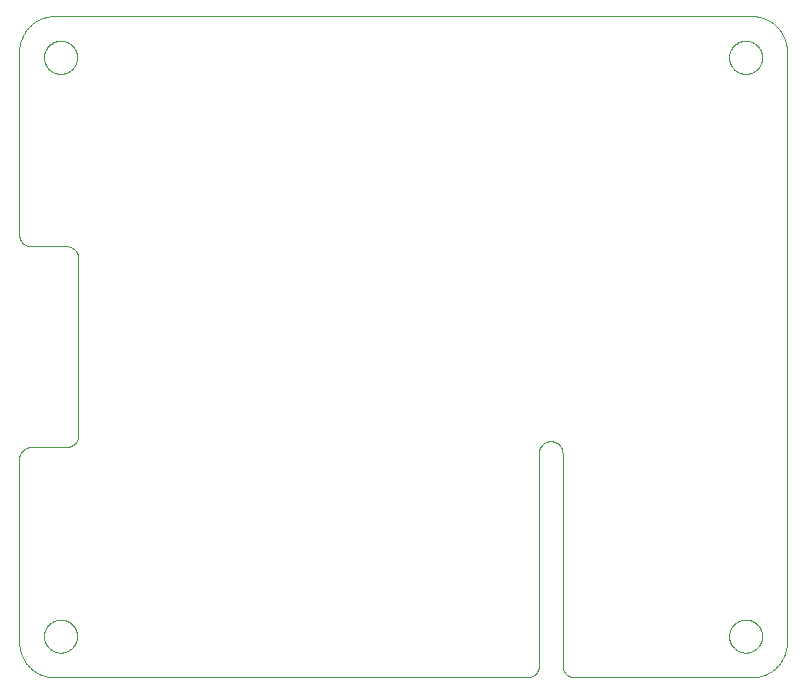
<source format=gko>
G75*
%MOIN*%
%OFA0B0*%
%FSLAX25Y25*%
%IPPOS*%
%LPD*%
%AMOC8*
5,1,8,0,0,1.08239X$1,22.5*
%
%ADD10C,0.00000*%
D10*
X0002097Y0013311D02*
X0002097Y0074335D01*
X0002099Y0074459D01*
X0002105Y0074582D01*
X0002114Y0074706D01*
X0002128Y0074828D01*
X0002145Y0074951D01*
X0002167Y0075073D01*
X0002192Y0075194D01*
X0002221Y0075314D01*
X0002253Y0075433D01*
X0002290Y0075552D01*
X0002330Y0075669D01*
X0002373Y0075784D01*
X0002421Y0075899D01*
X0002472Y0076011D01*
X0002526Y0076122D01*
X0002584Y0076232D01*
X0002645Y0076339D01*
X0002710Y0076445D01*
X0002778Y0076548D01*
X0002849Y0076649D01*
X0002923Y0076748D01*
X0003000Y0076845D01*
X0003081Y0076939D01*
X0003164Y0077030D01*
X0003250Y0077119D01*
X0003339Y0077205D01*
X0003430Y0077288D01*
X0003524Y0077369D01*
X0003621Y0077446D01*
X0003720Y0077520D01*
X0003821Y0077591D01*
X0003924Y0077659D01*
X0004030Y0077724D01*
X0004137Y0077785D01*
X0004247Y0077843D01*
X0004358Y0077897D01*
X0004470Y0077948D01*
X0004585Y0077996D01*
X0004700Y0078039D01*
X0004817Y0078079D01*
X0004936Y0078116D01*
X0005055Y0078148D01*
X0005175Y0078177D01*
X0005296Y0078202D01*
X0005418Y0078224D01*
X0005541Y0078241D01*
X0005663Y0078255D01*
X0005787Y0078264D01*
X0005910Y0078270D01*
X0006034Y0078272D01*
X0017845Y0078272D01*
X0017969Y0078274D01*
X0018092Y0078280D01*
X0018216Y0078289D01*
X0018338Y0078303D01*
X0018461Y0078320D01*
X0018583Y0078342D01*
X0018704Y0078367D01*
X0018824Y0078396D01*
X0018943Y0078428D01*
X0019062Y0078465D01*
X0019179Y0078505D01*
X0019294Y0078548D01*
X0019409Y0078596D01*
X0019521Y0078647D01*
X0019632Y0078701D01*
X0019742Y0078759D01*
X0019849Y0078820D01*
X0019955Y0078885D01*
X0020058Y0078953D01*
X0020159Y0079024D01*
X0020258Y0079098D01*
X0020355Y0079175D01*
X0020449Y0079256D01*
X0020540Y0079339D01*
X0020629Y0079425D01*
X0020715Y0079514D01*
X0020798Y0079605D01*
X0020879Y0079699D01*
X0020956Y0079796D01*
X0021030Y0079895D01*
X0021101Y0079996D01*
X0021169Y0080099D01*
X0021234Y0080205D01*
X0021295Y0080312D01*
X0021353Y0080422D01*
X0021407Y0080533D01*
X0021458Y0080645D01*
X0021506Y0080760D01*
X0021549Y0080875D01*
X0021589Y0080992D01*
X0021626Y0081111D01*
X0021658Y0081230D01*
X0021687Y0081350D01*
X0021712Y0081471D01*
X0021734Y0081593D01*
X0021751Y0081716D01*
X0021765Y0081838D01*
X0021774Y0081962D01*
X0021780Y0082085D01*
X0021782Y0082209D01*
X0021782Y0141264D01*
X0021780Y0141388D01*
X0021774Y0141511D01*
X0021765Y0141635D01*
X0021751Y0141757D01*
X0021734Y0141880D01*
X0021712Y0142002D01*
X0021687Y0142123D01*
X0021658Y0142243D01*
X0021626Y0142362D01*
X0021589Y0142481D01*
X0021549Y0142598D01*
X0021506Y0142713D01*
X0021458Y0142828D01*
X0021407Y0142940D01*
X0021353Y0143051D01*
X0021295Y0143161D01*
X0021234Y0143268D01*
X0021169Y0143374D01*
X0021101Y0143477D01*
X0021030Y0143578D01*
X0020956Y0143677D01*
X0020879Y0143774D01*
X0020798Y0143868D01*
X0020715Y0143959D01*
X0020629Y0144048D01*
X0020540Y0144134D01*
X0020449Y0144217D01*
X0020355Y0144298D01*
X0020258Y0144375D01*
X0020159Y0144449D01*
X0020058Y0144520D01*
X0019955Y0144588D01*
X0019849Y0144653D01*
X0019742Y0144714D01*
X0019632Y0144772D01*
X0019521Y0144826D01*
X0019409Y0144877D01*
X0019294Y0144925D01*
X0019179Y0144968D01*
X0019062Y0145008D01*
X0018943Y0145045D01*
X0018824Y0145077D01*
X0018704Y0145106D01*
X0018583Y0145131D01*
X0018461Y0145153D01*
X0018338Y0145170D01*
X0018216Y0145184D01*
X0018092Y0145193D01*
X0017969Y0145199D01*
X0017845Y0145201D01*
X0006034Y0145201D01*
X0005910Y0145203D01*
X0005787Y0145209D01*
X0005663Y0145218D01*
X0005541Y0145232D01*
X0005418Y0145249D01*
X0005296Y0145271D01*
X0005175Y0145296D01*
X0005055Y0145325D01*
X0004936Y0145357D01*
X0004817Y0145394D01*
X0004700Y0145434D01*
X0004585Y0145477D01*
X0004470Y0145525D01*
X0004358Y0145576D01*
X0004247Y0145630D01*
X0004137Y0145688D01*
X0004030Y0145749D01*
X0003924Y0145814D01*
X0003821Y0145882D01*
X0003720Y0145953D01*
X0003621Y0146027D01*
X0003524Y0146104D01*
X0003430Y0146185D01*
X0003339Y0146268D01*
X0003250Y0146354D01*
X0003164Y0146443D01*
X0003081Y0146534D01*
X0003000Y0146628D01*
X0002923Y0146725D01*
X0002849Y0146824D01*
X0002778Y0146925D01*
X0002710Y0147028D01*
X0002645Y0147134D01*
X0002584Y0147241D01*
X0002526Y0147351D01*
X0002472Y0147462D01*
X0002421Y0147574D01*
X0002373Y0147689D01*
X0002330Y0147804D01*
X0002290Y0147921D01*
X0002253Y0148040D01*
X0002221Y0148159D01*
X0002192Y0148279D01*
X0002167Y0148400D01*
X0002145Y0148522D01*
X0002128Y0148645D01*
X0002114Y0148767D01*
X0002105Y0148891D01*
X0002099Y0149014D01*
X0002097Y0149138D01*
X0002097Y0210161D01*
X0002100Y0210446D01*
X0002111Y0210732D01*
X0002128Y0211017D01*
X0002152Y0211301D01*
X0002183Y0211585D01*
X0002221Y0211868D01*
X0002266Y0212149D01*
X0002317Y0212430D01*
X0002375Y0212710D01*
X0002440Y0212988D01*
X0002512Y0213264D01*
X0002590Y0213538D01*
X0002675Y0213811D01*
X0002767Y0214081D01*
X0002865Y0214349D01*
X0002969Y0214615D01*
X0003080Y0214878D01*
X0003197Y0215138D01*
X0003320Y0215396D01*
X0003450Y0215650D01*
X0003586Y0215901D01*
X0003727Y0216149D01*
X0003875Y0216393D01*
X0004028Y0216634D01*
X0004188Y0216870D01*
X0004353Y0217103D01*
X0004523Y0217332D01*
X0004699Y0217557D01*
X0004881Y0217777D01*
X0005067Y0217993D01*
X0005259Y0218204D01*
X0005456Y0218411D01*
X0005658Y0218613D01*
X0005865Y0218810D01*
X0006076Y0219002D01*
X0006292Y0219188D01*
X0006512Y0219370D01*
X0006737Y0219546D01*
X0006966Y0219716D01*
X0007199Y0219881D01*
X0007435Y0220041D01*
X0007676Y0220194D01*
X0007920Y0220342D01*
X0008168Y0220483D01*
X0008419Y0220619D01*
X0008673Y0220749D01*
X0008931Y0220872D01*
X0009191Y0220989D01*
X0009454Y0221100D01*
X0009720Y0221204D01*
X0009988Y0221302D01*
X0010258Y0221394D01*
X0010531Y0221479D01*
X0010805Y0221557D01*
X0011081Y0221629D01*
X0011359Y0221694D01*
X0011639Y0221752D01*
X0011920Y0221803D01*
X0012201Y0221848D01*
X0012484Y0221886D01*
X0012768Y0221917D01*
X0013052Y0221941D01*
X0013337Y0221958D01*
X0013623Y0221969D01*
X0013908Y0221972D01*
X0246192Y0221972D01*
X0246477Y0221969D01*
X0246763Y0221958D01*
X0247048Y0221941D01*
X0247332Y0221917D01*
X0247616Y0221886D01*
X0247899Y0221848D01*
X0248180Y0221803D01*
X0248461Y0221752D01*
X0248741Y0221694D01*
X0249019Y0221629D01*
X0249295Y0221557D01*
X0249569Y0221479D01*
X0249842Y0221394D01*
X0250112Y0221302D01*
X0250380Y0221204D01*
X0250646Y0221100D01*
X0250909Y0220989D01*
X0251169Y0220872D01*
X0251427Y0220749D01*
X0251681Y0220619D01*
X0251932Y0220483D01*
X0252180Y0220342D01*
X0252424Y0220194D01*
X0252665Y0220041D01*
X0252901Y0219881D01*
X0253134Y0219716D01*
X0253363Y0219546D01*
X0253588Y0219370D01*
X0253808Y0219188D01*
X0254024Y0219002D01*
X0254235Y0218810D01*
X0254442Y0218613D01*
X0254644Y0218411D01*
X0254841Y0218204D01*
X0255033Y0217993D01*
X0255219Y0217777D01*
X0255401Y0217557D01*
X0255577Y0217332D01*
X0255747Y0217103D01*
X0255912Y0216870D01*
X0256072Y0216634D01*
X0256225Y0216393D01*
X0256373Y0216149D01*
X0256514Y0215901D01*
X0256650Y0215650D01*
X0256780Y0215396D01*
X0256903Y0215138D01*
X0257020Y0214878D01*
X0257131Y0214615D01*
X0257235Y0214349D01*
X0257333Y0214081D01*
X0257425Y0213811D01*
X0257510Y0213538D01*
X0257588Y0213264D01*
X0257660Y0212988D01*
X0257725Y0212710D01*
X0257783Y0212430D01*
X0257834Y0212149D01*
X0257879Y0211868D01*
X0257917Y0211585D01*
X0257948Y0211301D01*
X0257972Y0211017D01*
X0257989Y0210732D01*
X0258000Y0210446D01*
X0258003Y0210161D01*
X0258003Y0013311D01*
X0258000Y0013026D01*
X0257989Y0012740D01*
X0257972Y0012455D01*
X0257948Y0012171D01*
X0257917Y0011887D01*
X0257879Y0011604D01*
X0257834Y0011323D01*
X0257783Y0011042D01*
X0257725Y0010762D01*
X0257660Y0010484D01*
X0257588Y0010208D01*
X0257510Y0009934D01*
X0257425Y0009661D01*
X0257333Y0009391D01*
X0257235Y0009123D01*
X0257131Y0008857D01*
X0257020Y0008594D01*
X0256903Y0008334D01*
X0256780Y0008076D01*
X0256650Y0007822D01*
X0256514Y0007571D01*
X0256373Y0007323D01*
X0256225Y0007079D01*
X0256072Y0006838D01*
X0255912Y0006602D01*
X0255747Y0006369D01*
X0255577Y0006140D01*
X0255401Y0005915D01*
X0255219Y0005695D01*
X0255033Y0005479D01*
X0254841Y0005268D01*
X0254644Y0005061D01*
X0254442Y0004859D01*
X0254235Y0004662D01*
X0254024Y0004470D01*
X0253808Y0004284D01*
X0253588Y0004102D01*
X0253363Y0003926D01*
X0253134Y0003756D01*
X0252901Y0003591D01*
X0252665Y0003431D01*
X0252424Y0003278D01*
X0252180Y0003130D01*
X0251932Y0002989D01*
X0251681Y0002853D01*
X0251427Y0002723D01*
X0251169Y0002600D01*
X0250909Y0002483D01*
X0250646Y0002372D01*
X0250380Y0002268D01*
X0250112Y0002170D01*
X0249842Y0002078D01*
X0249569Y0001993D01*
X0249295Y0001915D01*
X0249019Y0001843D01*
X0248741Y0001778D01*
X0248461Y0001720D01*
X0248180Y0001669D01*
X0247899Y0001624D01*
X0247616Y0001586D01*
X0247332Y0001555D01*
X0247048Y0001531D01*
X0246763Y0001514D01*
X0246477Y0001503D01*
X0246192Y0001500D01*
X0187137Y0001500D01*
X0187013Y0001502D01*
X0186890Y0001508D01*
X0186766Y0001517D01*
X0186644Y0001531D01*
X0186521Y0001548D01*
X0186399Y0001570D01*
X0186278Y0001595D01*
X0186158Y0001624D01*
X0186039Y0001656D01*
X0185920Y0001693D01*
X0185803Y0001733D01*
X0185688Y0001776D01*
X0185573Y0001824D01*
X0185461Y0001875D01*
X0185350Y0001929D01*
X0185240Y0001987D01*
X0185133Y0002048D01*
X0185027Y0002113D01*
X0184924Y0002181D01*
X0184823Y0002252D01*
X0184724Y0002326D01*
X0184627Y0002403D01*
X0184533Y0002484D01*
X0184442Y0002567D01*
X0184353Y0002653D01*
X0184267Y0002742D01*
X0184184Y0002833D01*
X0184103Y0002927D01*
X0184026Y0003024D01*
X0183952Y0003123D01*
X0183881Y0003224D01*
X0183813Y0003327D01*
X0183748Y0003433D01*
X0183687Y0003540D01*
X0183629Y0003650D01*
X0183575Y0003761D01*
X0183524Y0003873D01*
X0183476Y0003988D01*
X0183433Y0004103D01*
X0183393Y0004220D01*
X0183356Y0004339D01*
X0183324Y0004458D01*
X0183295Y0004578D01*
X0183270Y0004699D01*
X0183248Y0004821D01*
X0183231Y0004944D01*
X0183217Y0005066D01*
X0183208Y0005190D01*
X0183202Y0005313D01*
X0183200Y0005437D01*
X0183200Y0076303D01*
X0179263Y0080240D02*
X0179139Y0080238D01*
X0179016Y0080232D01*
X0178892Y0080223D01*
X0178770Y0080209D01*
X0178647Y0080192D01*
X0178525Y0080170D01*
X0178404Y0080145D01*
X0178284Y0080116D01*
X0178165Y0080084D01*
X0178046Y0080047D01*
X0177929Y0080007D01*
X0177814Y0079964D01*
X0177699Y0079916D01*
X0177587Y0079865D01*
X0177476Y0079811D01*
X0177366Y0079753D01*
X0177259Y0079692D01*
X0177153Y0079627D01*
X0177050Y0079559D01*
X0176949Y0079488D01*
X0176850Y0079414D01*
X0176753Y0079337D01*
X0176659Y0079256D01*
X0176568Y0079173D01*
X0176479Y0079087D01*
X0176393Y0078998D01*
X0176310Y0078907D01*
X0176229Y0078813D01*
X0176152Y0078716D01*
X0176078Y0078617D01*
X0176007Y0078516D01*
X0175939Y0078413D01*
X0175874Y0078307D01*
X0175813Y0078200D01*
X0175755Y0078090D01*
X0175701Y0077979D01*
X0175650Y0077867D01*
X0175602Y0077752D01*
X0175559Y0077637D01*
X0175519Y0077520D01*
X0175482Y0077401D01*
X0175450Y0077282D01*
X0175421Y0077162D01*
X0175396Y0077041D01*
X0175374Y0076919D01*
X0175357Y0076796D01*
X0175343Y0076674D01*
X0175334Y0076550D01*
X0175328Y0076427D01*
X0175326Y0076303D01*
X0175326Y0005437D01*
X0175324Y0005313D01*
X0175318Y0005190D01*
X0175309Y0005066D01*
X0175295Y0004944D01*
X0175278Y0004821D01*
X0175256Y0004699D01*
X0175231Y0004578D01*
X0175202Y0004458D01*
X0175170Y0004339D01*
X0175133Y0004220D01*
X0175093Y0004103D01*
X0175050Y0003988D01*
X0175002Y0003873D01*
X0174951Y0003761D01*
X0174897Y0003650D01*
X0174839Y0003540D01*
X0174778Y0003433D01*
X0174713Y0003327D01*
X0174645Y0003224D01*
X0174574Y0003123D01*
X0174500Y0003024D01*
X0174423Y0002927D01*
X0174342Y0002833D01*
X0174259Y0002742D01*
X0174173Y0002653D01*
X0174084Y0002567D01*
X0173993Y0002484D01*
X0173899Y0002403D01*
X0173802Y0002326D01*
X0173703Y0002252D01*
X0173602Y0002181D01*
X0173499Y0002113D01*
X0173393Y0002048D01*
X0173286Y0001987D01*
X0173176Y0001929D01*
X0173065Y0001875D01*
X0172953Y0001824D01*
X0172838Y0001776D01*
X0172723Y0001733D01*
X0172606Y0001693D01*
X0172487Y0001656D01*
X0172368Y0001624D01*
X0172248Y0001595D01*
X0172127Y0001570D01*
X0172005Y0001548D01*
X0171882Y0001531D01*
X0171760Y0001517D01*
X0171636Y0001508D01*
X0171513Y0001502D01*
X0171389Y0001500D01*
X0013908Y0001500D01*
X0013623Y0001503D01*
X0013337Y0001514D01*
X0013052Y0001531D01*
X0012768Y0001555D01*
X0012484Y0001586D01*
X0012201Y0001624D01*
X0011920Y0001669D01*
X0011639Y0001720D01*
X0011359Y0001778D01*
X0011081Y0001843D01*
X0010805Y0001915D01*
X0010531Y0001993D01*
X0010258Y0002078D01*
X0009988Y0002170D01*
X0009720Y0002268D01*
X0009454Y0002372D01*
X0009191Y0002483D01*
X0008931Y0002600D01*
X0008673Y0002723D01*
X0008419Y0002853D01*
X0008168Y0002989D01*
X0007920Y0003130D01*
X0007676Y0003278D01*
X0007435Y0003431D01*
X0007199Y0003591D01*
X0006966Y0003756D01*
X0006737Y0003926D01*
X0006512Y0004102D01*
X0006292Y0004284D01*
X0006076Y0004470D01*
X0005865Y0004662D01*
X0005658Y0004859D01*
X0005456Y0005061D01*
X0005259Y0005268D01*
X0005067Y0005479D01*
X0004881Y0005695D01*
X0004699Y0005915D01*
X0004523Y0006140D01*
X0004353Y0006369D01*
X0004188Y0006602D01*
X0004028Y0006838D01*
X0003875Y0007079D01*
X0003727Y0007323D01*
X0003586Y0007571D01*
X0003450Y0007822D01*
X0003320Y0008076D01*
X0003197Y0008334D01*
X0003080Y0008594D01*
X0002969Y0008857D01*
X0002865Y0009123D01*
X0002767Y0009391D01*
X0002675Y0009661D01*
X0002590Y0009934D01*
X0002512Y0010208D01*
X0002440Y0010484D01*
X0002375Y0010762D01*
X0002317Y0011042D01*
X0002266Y0011323D01*
X0002221Y0011604D01*
X0002183Y0011887D01*
X0002152Y0012171D01*
X0002128Y0012455D01*
X0002111Y0012740D01*
X0002100Y0013026D01*
X0002097Y0013311D01*
X0010365Y0015280D02*
X0010367Y0015428D01*
X0010373Y0015576D01*
X0010383Y0015724D01*
X0010397Y0015871D01*
X0010415Y0016018D01*
X0010436Y0016164D01*
X0010462Y0016310D01*
X0010492Y0016455D01*
X0010525Y0016599D01*
X0010563Y0016742D01*
X0010604Y0016884D01*
X0010649Y0017025D01*
X0010697Y0017165D01*
X0010750Y0017304D01*
X0010806Y0017441D01*
X0010866Y0017576D01*
X0010929Y0017710D01*
X0010996Y0017842D01*
X0011067Y0017972D01*
X0011141Y0018100D01*
X0011218Y0018226D01*
X0011299Y0018350D01*
X0011383Y0018472D01*
X0011470Y0018591D01*
X0011561Y0018708D01*
X0011655Y0018823D01*
X0011751Y0018935D01*
X0011851Y0019045D01*
X0011953Y0019151D01*
X0012059Y0019255D01*
X0012167Y0019356D01*
X0012278Y0019454D01*
X0012391Y0019550D01*
X0012507Y0019642D01*
X0012625Y0019731D01*
X0012746Y0019816D01*
X0012869Y0019899D01*
X0012994Y0019978D01*
X0013121Y0020054D01*
X0013250Y0020126D01*
X0013381Y0020195D01*
X0013514Y0020260D01*
X0013649Y0020321D01*
X0013785Y0020379D01*
X0013922Y0020434D01*
X0014061Y0020484D01*
X0014202Y0020531D01*
X0014343Y0020574D01*
X0014486Y0020614D01*
X0014630Y0020649D01*
X0014774Y0020681D01*
X0014920Y0020708D01*
X0015066Y0020732D01*
X0015213Y0020752D01*
X0015360Y0020768D01*
X0015507Y0020780D01*
X0015655Y0020788D01*
X0015803Y0020792D01*
X0015951Y0020792D01*
X0016099Y0020788D01*
X0016247Y0020780D01*
X0016394Y0020768D01*
X0016541Y0020752D01*
X0016688Y0020732D01*
X0016834Y0020708D01*
X0016980Y0020681D01*
X0017124Y0020649D01*
X0017268Y0020614D01*
X0017411Y0020574D01*
X0017552Y0020531D01*
X0017693Y0020484D01*
X0017832Y0020434D01*
X0017969Y0020379D01*
X0018105Y0020321D01*
X0018240Y0020260D01*
X0018373Y0020195D01*
X0018504Y0020126D01*
X0018633Y0020054D01*
X0018760Y0019978D01*
X0018885Y0019899D01*
X0019008Y0019816D01*
X0019129Y0019731D01*
X0019247Y0019642D01*
X0019363Y0019550D01*
X0019476Y0019454D01*
X0019587Y0019356D01*
X0019695Y0019255D01*
X0019801Y0019151D01*
X0019903Y0019045D01*
X0020003Y0018935D01*
X0020099Y0018823D01*
X0020193Y0018708D01*
X0020284Y0018591D01*
X0020371Y0018472D01*
X0020455Y0018350D01*
X0020536Y0018226D01*
X0020613Y0018100D01*
X0020687Y0017972D01*
X0020758Y0017842D01*
X0020825Y0017710D01*
X0020888Y0017576D01*
X0020948Y0017441D01*
X0021004Y0017304D01*
X0021057Y0017165D01*
X0021105Y0017025D01*
X0021150Y0016884D01*
X0021191Y0016742D01*
X0021229Y0016599D01*
X0021262Y0016455D01*
X0021292Y0016310D01*
X0021318Y0016164D01*
X0021339Y0016018D01*
X0021357Y0015871D01*
X0021371Y0015724D01*
X0021381Y0015576D01*
X0021387Y0015428D01*
X0021389Y0015280D01*
X0021387Y0015132D01*
X0021381Y0014984D01*
X0021371Y0014836D01*
X0021357Y0014689D01*
X0021339Y0014542D01*
X0021318Y0014396D01*
X0021292Y0014250D01*
X0021262Y0014105D01*
X0021229Y0013961D01*
X0021191Y0013818D01*
X0021150Y0013676D01*
X0021105Y0013535D01*
X0021057Y0013395D01*
X0021004Y0013256D01*
X0020948Y0013119D01*
X0020888Y0012984D01*
X0020825Y0012850D01*
X0020758Y0012718D01*
X0020687Y0012588D01*
X0020613Y0012460D01*
X0020536Y0012334D01*
X0020455Y0012210D01*
X0020371Y0012088D01*
X0020284Y0011969D01*
X0020193Y0011852D01*
X0020099Y0011737D01*
X0020003Y0011625D01*
X0019903Y0011515D01*
X0019801Y0011409D01*
X0019695Y0011305D01*
X0019587Y0011204D01*
X0019476Y0011106D01*
X0019363Y0011010D01*
X0019247Y0010918D01*
X0019129Y0010829D01*
X0019008Y0010744D01*
X0018885Y0010661D01*
X0018760Y0010582D01*
X0018633Y0010506D01*
X0018504Y0010434D01*
X0018373Y0010365D01*
X0018240Y0010300D01*
X0018105Y0010239D01*
X0017969Y0010181D01*
X0017832Y0010126D01*
X0017693Y0010076D01*
X0017552Y0010029D01*
X0017411Y0009986D01*
X0017268Y0009946D01*
X0017124Y0009911D01*
X0016980Y0009879D01*
X0016834Y0009852D01*
X0016688Y0009828D01*
X0016541Y0009808D01*
X0016394Y0009792D01*
X0016247Y0009780D01*
X0016099Y0009772D01*
X0015951Y0009768D01*
X0015803Y0009768D01*
X0015655Y0009772D01*
X0015507Y0009780D01*
X0015360Y0009792D01*
X0015213Y0009808D01*
X0015066Y0009828D01*
X0014920Y0009852D01*
X0014774Y0009879D01*
X0014630Y0009911D01*
X0014486Y0009946D01*
X0014343Y0009986D01*
X0014202Y0010029D01*
X0014061Y0010076D01*
X0013922Y0010126D01*
X0013785Y0010181D01*
X0013649Y0010239D01*
X0013514Y0010300D01*
X0013381Y0010365D01*
X0013250Y0010434D01*
X0013121Y0010506D01*
X0012994Y0010582D01*
X0012869Y0010661D01*
X0012746Y0010744D01*
X0012625Y0010829D01*
X0012507Y0010918D01*
X0012391Y0011010D01*
X0012278Y0011106D01*
X0012167Y0011204D01*
X0012059Y0011305D01*
X0011953Y0011409D01*
X0011851Y0011515D01*
X0011751Y0011625D01*
X0011655Y0011737D01*
X0011561Y0011852D01*
X0011470Y0011969D01*
X0011383Y0012088D01*
X0011299Y0012210D01*
X0011218Y0012334D01*
X0011141Y0012460D01*
X0011067Y0012588D01*
X0010996Y0012718D01*
X0010929Y0012850D01*
X0010866Y0012984D01*
X0010806Y0013119D01*
X0010750Y0013256D01*
X0010697Y0013395D01*
X0010649Y0013535D01*
X0010604Y0013676D01*
X0010563Y0013818D01*
X0010525Y0013961D01*
X0010492Y0014105D01*
X0010462Y0014250D01*
X0010436Y0014396D01*
X0010415Y0014542D01*
X0010397Y0014689D01*
X0010383Y0014836D01*
X0010373Y0014984D01*
X0010367Y0015132D01*
X0010365Y0015280D01*
X0179263Y0080240D02*
X0179387Y0080238D01*
X0179510Y0080232D01*
X0179634Y0080223D01*
X0179756Y0080209D01*
X0179879Y0080192D01*
X0180001Y0080170D01*
X0180122Y0080145D01*
X0180242Y0080116D01*
X0180361Y0080084D01*
X0180480Y0080047D01*
X0180597Y0080007D01*
X0180712Y0079964D01*
X0180827Y0079916D01*
X0180939Y0079865D01*
X0181050Y0079811D01*
X0181160Y0079753D01*
X0181267Y0079692D01*
X0181373Y0079627D01*
X0181476Y0079559D01*
X0181577Y0079488D01*
X0181676Y0079414D01*
X0181773Y0079337D01*
X0181867Y0079256D01*
X0181958Y0079173D01*
X0182047Y0079087D01*
X0182133Y0078998D01*
X0182216Y0078907D01*
X0182297Y0078813D01*
X0182374Y0078716D01*
X0182448Y0078617D01*
X0182519Y0078516D01*
X0182587Y0078413D01*
X0182652Y0078307D01*
X0182713Y0078200D01*
X0182771Y0078090D01*
X0182825Y0077979D01*
X0182876Y0077867D01*
X0182924Y0077752D01*
X0182967Y0077637D01*
X0183007Y0077520D01*
X0183044Y0077401D01*
X0183076Y0077282D01*
X0183105Y0077162D01*
X0183130Y0077041D01*
X0183152Y0076919D01*
X0183169Y0076796D01*
X0183183Y0076674D01*
X0183192Y0076550D01*
X0183198Y0076427D01*
X0183200Y0076303D01*
X0238711Y0015280D02*
X0238713Y0015428D01*
X0238719Y0015576D01*
X0238729Y0015724D01*
X0238743Y0015871D01*
X0238761Y0016018D01*
X0238782Y0016164D01*
X0238808Y0016310D01*
X0238838Y0016455D01*
X0238871Y0016599D01*
X0238909Y0016742D01*
X0238950Y0016884D01*
X0238995Y0017025D01*
X0239043Y0017165D01*
X0239096Y0017304D01*
X0239152Y0017441D01*
X0239212Y0017576D01*
X0239275Y0017710D01*
X0239342Y0017842D01*
X0239413Y0017972D01*
X0239487Y0018100D01*
X0239564Y0018226D01*
X0239645Y0018350D01*
X0239729Y0018472D01*
X0239816Y0018591D01*
X0239907Y0018708D01*
X0240001Y0018823D01*
X0240097Y0018935D01*
X0240197Y0019045D01*
X0240299Y0019151D01*
X0240405Y0019255D01*
X0240513Y0019356D01*
X0240624Y0019454D01*
X0240737Y0019550D01*
X0240853Y0019642D01*
X0240971Y0019731D01*
X0241092Y0019816D01*
X0241215Y0019899D01*
X0241340Y0019978D01*
X0241467Y0020054D01*
X0241596Y0020126D01*
X0241727Y0020195D01*
X0241860Y0020260D01*
X0241995Y0020321D01*
X0242131Y0020379D01*
X0242268Y0020434D01*
X0242407Y0020484D01*
X0242548Y0020531D01*
X0242689Y0020574D01*
X0242832Y0020614D01*
X0242976Y0020649D01*
X0243120Y0020681D01*
X0243266Y0020708D01*
X0243412Y0020732D01*
X0243559Y0020752D01*
X0243706Y0020768D01*
X0243853Y0020780D01*
X0244001Y0020788D01*
X0244149Y0020792D01*
X0244297Y0020792D01*
X0244445Y0020788D01*
X0244593Y0020780D01*
X0244740Y0020768D01*
X0244887Y0020752D01*
X0245034Y0020732D01*
X0245180Y0020708D01*
X0245326Y0020681D01*
X0245470Y0020649D01*
X0245614Y0020614D01*
X0245757Y0020574D01*
X0245898Y0020531D01*
X0246039Y0020484D01*
X0246178Y0020434D01*
X0246315Y0020379D01*
X0246451Y0020321D01*
X0246586Y0020260D01*
X0246719Y0020195D01*
X0246850Y0020126D01*
X0246979Y0020054D01*
X0247106Y0019978D01*
X0247231Y0019899D01*
X0247354Y0019816D01*
X0247475Y0019731D01*
X0247593Y0019642D01*
X0247709Y0019550D01*
X0247822Y0019454D01*
X0247933Y0019356D01*
X0248041Y0019255D01*
X0248147Y0019151D01*
X0248249Y0019045D01*
X0248349Y0018935D01*
X0248445Y0018823D01*
X0248539Y0018708D01*
X0248630Y0018591D01*
X0248717Y0018472D01*
X0248801Y0018350D01*
X0248882Y0018226D01*
X0248959Y0018100D01*
X0249033Y0017972D01*
X0249104Y0017842D01*
X0249171Y0017710D01*
X0249234Y0017576D01*
X0249294Y0017441D01*
X0249350Y0017304D01*
X0249403Y0017165D01*
X0249451Y0017025D01*
X0249496Y0016884D01*
X0249537Y0016742D01*
X0249575Y0016599D01*
X0249608Y0016455D01*
X0249638Y0016310D01*
X0249664Y0016164D01*
X0249685Y0016018D01*
X0249703Y0015871D01*
X0249717Y0015724D01*
X0249727Y0015576D01*
X0249733Y0015428D01*
X0249735Y0015280D01*
X0249733Y0015132D01*
X0249727Y0014984D01*
X0249717Y0014836D01*
X0249703Y0014689D01*
X0249685Y0014542D01*
X0249664Y0014396D01*
X0249638Y0014250D01*
X0249608Y0014105D01*
X0249575Y0013961D01*
X0249537Y0013818D01*
X0249496Y0013676D01*
X0249451Y0013535D01*
X0249403Y0013395D01*
X0249350Y0013256D01*
X0249294Y0013119D01*
X0249234Y0012984D01*
X0249171Y0012850D01*
X0249104Y0012718D01*
X0249033Y0012588D01*
X0248959Y0012460D01*
X0248882Y0012334D01*
X0248801Y0012210D01*
X0248717Y0012088D01*
X0248630Y0011969D01*
X0248539Y0011852D01*
X0248445Y0011737D01*
X0248349Y0011625D01*
X0248249Y0011515D01*
X0248147Y0011409D01*
X0248041Y0011305D01*
X0247933Y0011204D01*
X0247822Y0011106D01*
X0247709Y0011010D01*
X0247593Y0010918D01*
X0247475Y0010829D01*
X0247354Y0010744D01*
X0247231Y0010661D01*
X0247106Y0010582D01*
X0246979Y0010506D01*
X0246850Y0010434D01*
X0246719Y0010365D01*
X0246586Y0010300D01*
X0246451Y0010239D01*
X0246315Y0010181D01*
X0246178Y0010126D01*
X0246039Y0010076D01*
X0245898Y0010029D01*
X0245757Y0009986D01*
X0245614Y0009946D01*
X0245470Y0009911D01*
X0245326Y0009879D01*
X0245180Y0009852D01*
X0245034Y0009828D01*
X0244887Y0009808D01*
X0244740Y0009792D01*
X0244593Y0009780D01*
X0244445Y0009772D01*
X0244297Y0009768D01*
X0244149Y0009768D01*
X0244001Y0009772D01*
X0243853Y0009780D01*
X0243706Y0009792D01*
X0243559Y0009808D01*
X0243412Y0009828D01*
X0243266Y0009852D01*
X0243120Y0009879D01*
X0242976Y0009911D01*
X0242832Y0009946D01*
X0242689Y0009986D01*
X0242548Y0010029D01*
X0242407Y0010076D01*
X0242268Y0010126D01*
X0242131Y0010181D01*
X0241995Y0010239D01*
X0241860Y0010300D01*
X0241727Y0010365D01*
X0241596Y0010434D01*
X0241467Y0010506D01*
X0241340Y0010582D01*
X0241215Y0010661D01*
X0241092Y0010744D01*
X0240971Y0010829D01*
X0240853Y0010918D01*
X0240737Y0011010D01*
X0240624Y0011106D01*
X0240513Y0011204D01*
X0240405Y0011305D01*
X0240299Y0011409D01*
X0240197Y0011515D01*
X0240097Y0011625D01*
X0240001Y0011737D01*
X0239907Y0011852D01*
X0239816Y0011969D01*
X0239729Y0012088D01*
X0239645Y0012210D01*
X0239564Y0012334D01*
X0239487Y0012460D01*
X0239413Y0012588D01*
X0239342Y0012718D01*
X0239275Y0012850D01*
X0239212Y0012984D01*
X0239152Y0013119D01*
X0239096Y0013256D01*
X0239043Y0013395D01*
X0238995Y0013535D01*
X0238950Y0013676D01*
X0238909Y0013818D01*
X0238871Y0013961D01*
X0238838Y0014105D01*
X0238808Y0014250D01*
X0238782Y0014396D01*
X0238761Y0014542D01*
X0238743Y0014689D01*
X0238729Y0014836D01*
X0238719Y0014984D01*
X0238713Y0015132D01*
X0238711Y0015280D01*
X0238711Y0208193D02*
X0238713Y0208341D01*
X0238719Y0208489D01*
X0238729Y0208637D01*
X0238743Y0208784D01*
X0238761Y0208931D01*
X0238782Y0209077D01*
X0238808Y0209223D01*
X0238838Y0209368D01*
X0238871Y0209512D01*
X0238909Y0209655D01*
X0238950Y0209797D01*
X0238995Y0209938D01*
X0239043Y0210078D01*
X0239096Y0210217D01*
X0239152Y0210354D01*
X0239212Y0210489D01*
X0239275Y0210623D01*
X0239342Y0210755D01*
X0239413Y0210885D01*
X0239487Y0211013D01*
X0239564Y0211139D01*
X0239645Y0211263D01*
X0239729Y0211385D01*
X0239816Y0211504D01*
X0239907Y0211621D01*
X0240001Y0211736D01*
X0240097Y0211848D01*
X0240197Y0211958D01*
X0240299Y0212064D01*
X0240405Y0212168D01*
X0240513Y0212269D01*
X0240624Y0212367D01*
X0240737Y0212463D01*
X0240853Y0212555D01*
X0240971Y0212644D01*
X0241092Y0212729D01*
X0241215Y0212812D01*
X0241340Y0212891D01*
X0241467Y0212967D01*
X0241596Y0213039D01*
X0241727Y0213108D01*
X0241860Y0213173D01*
X0241995Y0213234D01*
X0242131Y0213292D01*
X0242268Y0213347D01*
X0242407Y0213397D01*
X0242548Y0213444D01*
X0242689Y0213487D01*
X0242832Y0213527D01*
X0242976Y0213562D01*
X0243120Y0213594D01*
X0243266Y0213621D01*
X0243412Y0213645D01*
X0243559Y0213665D01*
X0243706Y0213681D01*
X0243853Y0213693D01*
X0244001Y0213701D01*
X0244149Y0213705D01*
X0244297Y0213705D01*
X0244445Y0213701D01*
X0244593Y0213693D01*
X0244740Y0213681D01*
X0244887Y0213665D01*
X0245034Y0213645D01*
X0245180Y0213621D01*
X0245326Y0213594D01*
X0245470Y0213562D01*
X0245614Y0213527D01*
X0245757Y0213487D01*
X0245898Y0213444D01*
X0246039Y0213397D01*
X0246178Y0213347D01*
X0246315Y0213292D01*
X0246451Y0213234D01*
X0246586Y0213173D01*
X0246719Y0213108D01*
X0246850Y0213039D01*
X0246979Y0212967D01*
X0247106Y0212891D01*
X0247231Y0212812D01*
X0247354Y0212729D01*
X0247475Y0212644D01*
X0247593Y0212555D01*
X0247709Y0212463D01*
X0247822Y0212367D01*
X0247933Y0212269D01*
X0248041Y0212168D01*
X0248147Y0212064D01*
X0248249Y0211958D01*
X0248349Y0211848D01*
X0248445Y0211736D01*
X0248539Y0211621D01*
X0248630Y0211504D01*
X0248717Y0211385D01*
X0248801Y0211263D01*
X0248882Y0211139D01*
X0248959Y0211013D01*
X0249033Y0210885D01*
X0249104Y0210755D01*
X0249171Y0210623D01*
X0249234Y0210489D01*
X0249294Y0210354D01*
X0249350Y0210217D01*
X0249403Y0210078D01*
X0249451Y0209938D01*
X0249496Y0209797D01*
X0249537Y0209655D01*
X0249575Y0209512D01*
X0249608Y0209368D01*
X0249638Y0209223D01*
X0249664Y0209077D01*
X0249685Y0208931D01*
X0249703Y0208784D01*
X0249717Y0208637D01*
X0249727Y0208489D01*
X0249733Y0208341D01*
X0249735Y0208193D01*
X0249733Y0208045D01*
X0249727Y0207897D01*
X0249717Y0207749D01*
X0249703Y0207602D01*
X0249685Y0207455D01*
X0249664Y0207309D01*
X0249638Y0207163D01*
X0249608Y0207018D01*
X0249575Y0206874D01*
X0249537Y0206731D01*
X0249496Y0206589D01*
X0249451Y0206448D01*
X0249403Y0206308D01*
X0249350Y0206169D01*
X0249294Y0206032D01*
X0249234Y0205897D01*
X0249171Y0205763D01*
X0249104Y0205631D01*
X0249033Y0205501D01*
X0248959Y0205373D01*
X0248882Y0205247D01*
X0248801Y0205123D01*
X0248717Y0205001D01*
X0248630Y0204882D01*
X0248539Y0204765D01*
X0248445Y0204650D01*
X0248349Y0204538D01*
X0248249Y0204428D01*
X0248147Y0204322D01*
X0248041Y0204218D01*
X0247933Y0204117D01*
X0247822Y0204019D01*
X0247709Y0203923D01*
X0247593Y0203831D01*
X0247475Y0203742D01*
X0247354Y0203657D01*
X0247231Y0203574D01*
X0247106Y0203495D01*
X0246979Y0203419D01*
X0246850Y0203347D01*
X0246719Y0203278D01*
X0246586Y0203213D01*
X0246451Y0203152D01*
X0246315Y0203094D01*
X0246178Y0203039D01*
X0246039Y0202989D01*
X0245898Y0202942D01*
X0245757Y0202899D01*
X0245614Y0202859D01*
X0245470Y0202824D01*
X0245326Y0202792D01*
X0245180Y0202765D01*
X0245034Y0202741D01*
X0244887Y0202721D01*
X0244740Y0202705D01*
X0244593Y0202693D01*
X0244445Y0202685D01*
X0244297Y0202681D01*
X0244149Y0202681D01*
X0244001Y0202685D01*
X0243853Y0202693D01*
X0243706Y0202705D01*
X0243559Y0202721D01*
X0243412Y0202741D01*
X0243266Y0202765D01*
X0243120Y0202792D01*
X0242976Y0202824D01*
X0242832Y0202859D01*
X0242689Y0202899D01*
X0242548Y0202942D01*
X0242407Y0202989D01*
X0242268Y0203039D01*
X0242131Y0203094D01*
X0241995Y0203152D01*
X0241860Y0203213D01*
X0241727Y0203278D01*
X0241596Y0203347D01*
X0241467Y0203419D01*
X0241340Y0203495D01*
X0241215Y0203574D01*
X0241092Y0203657D01*
X0240971Y0203742D01*
X0240853Y0203831D01*
X0240737Y0203923D01*
X0240624Y0204019D01*
X0240513Y0204117D01*
X0240405Y0204218D01*
X0240299Y0204322D01*
X0240197Y0204428D01*
X0240097Y0204538D01*
X0240001Y0204650D01*
X0239907Y0204765D01*
X0239816Y0204882D01*
X0239729Y0205001D01*
X0239645Y0205123D01*
X0239564Y0205247D01*
X0239487Y0205373D01*
X0239413Y0205501D01*
X0239342Y0205631D01*
X0239275Y0205763D01*
X0239212Y0205897D01*
X0239152Y0206032D01*
X0239096Y0206169D01*
X0239043Y0206308D01*
X0238995Y0206448D01*
X0238950Y0206589D01*
X0238909Y0206731D01*
X0238871Y0206874D01*
X0238838Y0207018D01*
X0238808Y0207163D01*
X0238782Y0207309D01*
X0238761Y0207455D01*
X0238743Y0207602D01*
X0238729Y0207749D01*
X0238719Y0207897D01*
X0238713Y0208045D01*
X0238711Y0208193D01*
X0010365Y0208193D02*
X0010367Y0208341D01*
X0010373Y0208489D01*
X0010383Y0208637D01*
X0010397Y0208784D01*
X0010415Y0208931D01*
X0010436Y0209077D01*
X0010462Y0209223D01*
X0010492Y0209368D01*
X0010525Y0209512D01*
X0010563Y0209655D01*
X0010604Y0209797D01*
X0010649Y0209938D01*
X0010697Y0210078D01*
X0010750Y0210217D01*
X0010806Y0210354D01*
X0010866Y0210489D01*
X0010929Y0210623D01*
X0010996Y0210755D01*
X0011067Y0210885D01*
X0011141Y0211013D01*
X0011218Y0211139D01*
X0011299Y0211263D01*
X0011383Y0211385D01*
X0011470Y0211504D01*
X0011561Y0211621D01*
X0011655Y0211736D01*
X0011751Y0211848D01*
X0011851Y0211958D01*
X0011953Y0212064D01*
X0012059Y0212168D01*
X0012167Y0212269D01*
X0012278Y0212367D01*
X0012391Y0212463D01*
X0012507Y0212555D01*
X0012625Y0212644D01*
X0012746Y0212729D01*
X0012869Y0212812D01*
X0012994Y0212891D01*
X0013121Y0212967D01*
X0013250Y0213039D01*
X0013381Y0213108D01*
X0013514Y0213173D01*
X0013649Y0213234D01*
X0013785Y0213292D01*
X0013922Y0213347D01*
X0014061Y0213397D01*
X0014202Y0213444D01*
X0014343Y0213487D01*
X0014486Y0213527D01*
X0014630Y0213562D01*
X0014774Y0213594D01*
X0014920Y0213621D01*
X0015066Y0213645D01*
X0015213Y0213665D01*
X0015360Y0213681D01*
X0015507Y0213693D01*
X0015655Y0213701D01*
X0015803Y0213705D01*
X0015951Y0213705D01*
X0016099Y0213701D01*
X0016247Y0213693D01*
X0016394Y0213681D01*
X0016541Y0213665D01*
X0016688Y0213645D01*
X0016834Y0213621D01*
X0016980Y0213594D01*
X0017124Y0213562D01*
X0017268Y0213527D01*
X0017411Y0213487D01*
X0017552Y0213444D01*
X0017693Y0213397D01*
X0017832Y0213347D01*
X0017969Y0213292D01*
X0018105Y0213234D01*
X0018240Y0213173D01*
X0018373Y0213108D01*
X0018504Y0213039D01*
X0018633Y0212967D01*
X0018760Y0212891D01*
X0018885Y0212812D01*
X0019008Y0212729D01*
X0019129Y0212644D01*
X0019247Y0212555D01*
X0019363Y0212463D01*
X0019476Y0212367D01*
X0019587Y0212269D01*
X0019695Y0212168D01*
X0019801Y0212064D01*
X0019903Y0211958D01*
X0020003Y0211848D01*
X0020099Y0211736D01*
X0020193Y0211621D01*
X0020284Y0211504D01*
X0020371Y0211385D01*
X0020455Y0211263D01*
X0020536Y0211139D01*
X0020613Y0211013D01*
X0020687Y0210885D01*
X0020758Y0210755D01*
X0020825Y0210623D01*
X0020888Y0210489D01*
X0020948Y0210354D01*
X0021004Y0210217D01*
X0021057Y0210078D01*
X0021105Y0209938D01*
X0021150Y0209797D01*
X0021191Y0209655D01*
X0021229Y0209512D01*
X0021262Y0209368D01*
X0021292Y0209223D01*
X0021318Y0209077D01*
X0021339Y0208931D01*
X0021357Y0208784D01*
X0021371Y0208637D01*
X0021381Y0208489D01*
X0021387Y0208341D01*
X0021389Y0208193D01*
X0021387Y0208045D01*
X0021381Y0207897D01*
X0021371Y0207749D01*
X0021357Y0207602D01*
X0021339Y0207455D01*
X0021318Y0207309D01*
X0021292Y0207163D01*
X0021262Y0207018D01*
X0021229Y0206874D01*
X0021191Y0206731D01*
X0021150Y0206589D01*
X0021105Y0206448D01*
X0021057Y0206308D01*
X0021004Y0206169D01*
X0020948Y0206032D01*
X0020888Y0205897D01*
X0020825Y0205763D01*
X0020758Y0205631D01*
X0020687Y0205501D01*
X0020613Y0205373D01*
X0020536Y0205247D01*
X0020455Y0205123D01*
X0020371Y0205001D01*
X0020284Y0204882D01*
X0020193Y0204765D01*
X0020099Y0204650D01*
X0020003Y0204538D01*
X0019903Y0204428D01*
X0019801Y0204322D01*
X0019695Y0204218D01*
X0019587Y0204117D01*
X0019476Y0204019D01*
X0019363Y0203923D01*
X0019247Y0203831D01*
X0019129Y0203742D01*
X0019008Y0203657D01*
X0018885Y0203574D01*
X0018760Y0203495D01*
X0018633Y0203419D01*
X0018504Y0203347D01*
X0018373Y0203278D01*
X0018240Y0203213D01*
X0018105Y0203152D01*
X0017969Y0203094D01*
X0017832Y0203039D01*
X0017693Y0202989D01*
X0017552Y0202942D01*
X0017411Y0202899D01*
X0017268Y0202859D01*
X0017124Y0202824D01*
X0016980Y0202792D01*
X0016834Y0202765D01*
X0016688Y0202741D01*
X0016541Y0202721D01*
X0016394Y0202705D01*
X0016247Y0202693D01*
X0016099Y0202685D01*
X0015951Y0202681D01*
X0015803Y0202681D01*
X0015655Y0202685D01*
X0015507Y0202693D01*
X0015360Y0202705D01*
X0015213Y0202721D01*
X0015066Y0202741D01*
X0014920Y0202765D01*
X0014774Y0202792D01*
X0014630Y0202824D01*
X0014486Y0202859D01*
X0014343Y0202899D01*
X0014202Y0202942D01*
X0014061Y0202989D01*
X0013922Y0203039D01*
X0013785Y0203094D01*
X0013649Y0203152D01*
X0013514Y0203213D01*
X0013381Y0203278D01*
X0013250Y0203347D01*
X0013121Y0203419D01*
X0012994Y0203495D01*
X0012869Y0203574D01*
X0012746Y0203657D01*
X0012625Y0203742D01*
X0012507Y0203831D01*
X0012391Y0203923D01*
X0012278Y0204019D01*
X0012167Y0204117D01*
X0012059Y0204218D01*
X0011953Y0204322D01*
X0011851Y0204428D01*
X0011751Y0204538D01*
X0011655Y0204650D01*
X0011561Y0204765D01*
X0011470Y0204882D01*
X0011383Y0205001D01*
X0011299Y0205123D01*
X0011218Y0205247D01*
X0011141Y0205373D01*
X0011067Y0205501D01*
X0010996Y0205631D01*
X0010929Y0205763D01*
X0010866Y0205897D01*
X0010806Y0206032D01*
X0010750Y0206169D01*
X0010697Y0206308D01*
X0010649Y0206448D01*
X0010604Y0206589D01*
X0010563Y0206731D01*
X0010525Y0206874D01*
X0010492Y0207018D01*
X0010462Y0207163D01*
X0010436Y0207309D01*
X0010415Y0207455D01*
X0010397Y0207602D01*
X0010383Y0207749D01*
X0010373Y0207897D01*
X0010367Y0208045D01*
X0010365Y0208193D01*
M02*

</source>
